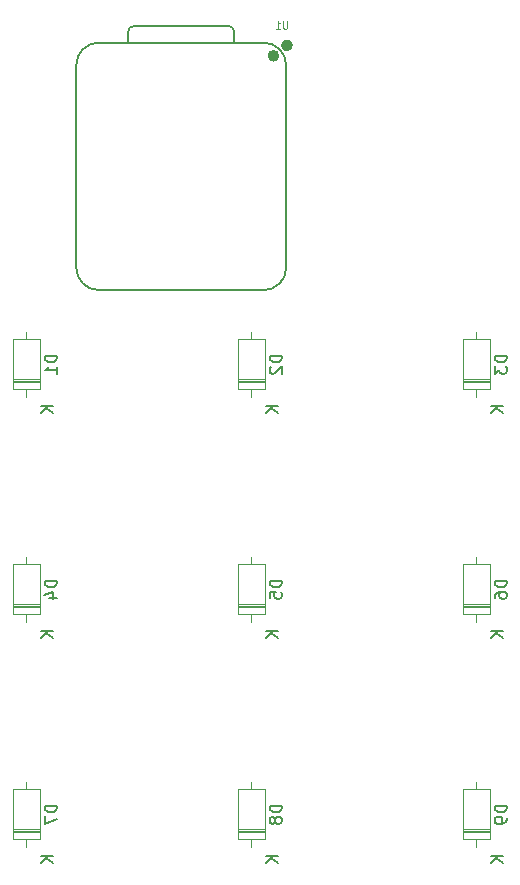
<source format=gbr>
%TF.GenerationSoftware,KiCad,Pcbnew,9.0.2*%
%TF.CreationDate,2025-06-04T18:16:37-04:00*%
%TF.ProjectId,HackpadAllan,4861636b-7061-4644-916c-6c616e2e6b69,rev?*%
%TF.SameCoordinates,Original*%
%TF.FileFunction,Legend,Bot*%
%TF.FilePolarity,Positive*%
%FSLAX46Y46*%
G04 Gerber Fmt 4.6, Leading zero omitted, Abs format (unit mm)*
G04 Created by KiCad (PCBNEW 9.0.2) date 2025-06-04 18:16:37*
%MOMM*%
%LPD*%
G01*
G04 APERTURE LIST*
%ADD10C,0.150000*%
%ADD11C,0.101600*%
%ADD12C,0.120000*%
%ADD13C,0.127000*%
%ADD14C,0.100000*%
%ADD15C,0.504000*%
G04 APERTURE END LIST*
D10*
X181149819Y-121551905D02*
X180149819Y-121551905D01*
X180149819Y-121551905D02*
X180149819Y-121790000D01*
X180149819Y-121790000D02*
X180197438Y-121932857D01*
X180197438Y-121932857D02*
X180292676Y-122028095D01*
X180292676Y-122028095D02*
X180387914Y-122075714D01*
X180387914Y-122075714D02*
X180578390Y-122123333D01*
X180578390Y-122123333D02*
X180721247Y-122123333D01*
X180721247Y-122123333D02*
X180911723Y-122075714D01*
X180911723Y-122075714D02*
X181006961Y-122028095D01*
X181006961Y-122028095D02*
X181102200Y-121932857D01*
X181102200Y-121932857D02*
X181149819Y-121790000D01*
X181149819Y-121790000D02*
X181149819Y-121551905D01*
X181149819Y-122599524D02*
X181149819Y-122790000D01*
X181149819Y-122790000D02*
X181102200Y-122885238D01*
X181102200Y-122885238D02*
X181054580Y-122932857D01*
X181054580Y-122932857D02*
X180911723Y-123028095D01*
X180911723Y-123028095D02*
X180721247Y-123075714D01*
X180721247Y-123075714D02*
X180340295Y-123075714D01*
X180340295Y-123075714D02*
X180245057Y-123028095D01*
X180245057Y-123028095D02*
X180197438Y-122980476D01*
X180197438Y-122980476D02*
X180149819Y-122885238D01*
X180149819Y-122885238D02*
X180149819Y-122694762D01*
X180149819Y-122694762D02*
X180197438Y-122599524D01*
X180197438Y-122599524D02*
X180245057Y-122551905D01*
X180245057Y-122551905D02*
X180340295Y-122504286D01*
X180340295Y-122504286D02*
X180578390Y-122504286D01*
X180578390Y-122504286D02*
X180673628Y-122551905D01*
X180673628Y-122551905D02*
X180721247Y-122599524D01*
X180721247Y-122599524D02*
X180768866Y-122694762D01*
X180768866Y-122694762D02*
X180768866Y-122885238D01*
X180768866Y-122885238D02*
X180721247Y-122980476D01*
X180721247Y-122980476D02*
X180673628Y-123028095D01*
X180673628Y-123028095D02*
X180578390Y-123075714D01*
X180829819Y-125838095D02*
X179829819Y-125838095D01*
X180829819Y-126409523D02*
X180258390Y-125980952D01*
X179829819Y-126409523D02*
X180401247Y-125838095D01*
X162099819Y-121551905D02*
X161099819Y-121551905D01*
X161099819Y-121551905D02*
X161099819Y-121790000D01*
X161099819Y-121790000D02*
X161147438Y-121932857D01*
X161147438Y-121932857D02*
X161242676Y-122028095D01*
X161242676Y-122028095D02*
X161337914Y-122075714D01*
X161337914Y-122075714D02*
X161528390Y-122123333D01*
X161528390Y-122123333D02*
X161671247Y-122123333D01*
X161671247Y-122123333D02*
X161861723Y-122075714D01*
X161861723Y-122075714D02*
X161956961Y-122028095D01*
X161956961Y-122028095D02*
X162052200Y-121932857D01*
X162052200Y-121932857D02*
X162099819Y-121790000D01*
X162099819Y-121790000D02*
X162099819Y-121551905D01*
X161528390Y-122694762D02*
X161480771Y-122599524D01*
X161480771Y-122599524D02*
X161433152Y-122551905D01*
X161433152Y-122551905D02*
X161337914Y-122504286D01*
X161337914Y-122504286D02*
X161290295Y-122504286D01*
X161290295Y-122504286D02*
X161195057Y-122551905D01*
X161195057Y-122551905D02*
X161147438Y-122599524D01*
X161147438Y-122599524D02*
X161099819Y-122694762D01*
X161099819Y-122694762D02*
X161099819Y-122885238D01*
X161099819Y-122885238D02*
X161147438Y-122980476D01*
X161147438Y-122980476D02*
X161195057Y-123028095D01*
X161195057Y-123028095D02*
X161290295Y-123075714D01*
X161290295Y-123075714D02*
X161337914Y-123075714D01*
X161337914Y-123075714D02*
X161433152Y-123028095D01*
X161433152Y-123028095D02*
X161480771Y-122980476D01*
X161480771Y-122980476D02*
X161528390Y-122885238D01*
X161528390Y-122885238D02*
X161528390Y-122694762D01*
X161528390Y-122694762D02*
X161576009Y-122599524D01*
X161576009Y-122599524D02*
X161623628Y-122551905D01*
X161623628Y-122551905D02*
X161718866Y-122504286D01*
X161718866Y-122504286D02*
X161909342Y-122504286D01*
X161909342Y-122504286D02*
X162004580Y-122551905D01*
X162004580Y-122551905D02*
X162052200Y-122599524D01*
X162052200Y-122599524D02*
X162099819Y-122694762D01*
X162099819Y-122694762D02*
X162099819Y-122885238D01*
X162099819Y-122885238D02*
X162052200Y-122980476D01*
X162052200Y-122980476D02*
X162004580Y-123028095D01*
X162004580Y-123028095D02*
X161909342Y-123075714D01*
X161909342Y-123075714D02*
X161718866Y-123075714D01*
X161718866Y-123075714D02*
X161623628Y-123028095D01*
X161623628Y-123028095D02*
X161576009Y-122980476D01*
X161576009Y-122980476D02*
X161528390Y-122885238D01*
X161779819Y-125838095D02*
X160779819Y-125838095D01*
X161779819Y-126409523D02*
X161208390Y-125980952D01*
X160779819Y-126409523D02*
X161351247Y-125838095D01*
X143049819Y-121551905D02*
X142049819Y-121551905D01*
X142049819Y-121551905D02*
X142049819Y-121790000D01*
X142049819Y-121790000D02*
X142097438Y-121932857D01*
X142097438Y-121932857D02*
X142192676Y-122028095D01*
X142192676Y-122028095D02*
X142287914Y-122075714D01*
X142287914Y-122075714D02*
X142478390Y-122123333D01*
X142478390Y-122123333D02*
X142621247Y-122123333D01*
X142621247Y-122123333D02*
X142811723Y-122075714D01*
X142811723Y-122075714D02*
X142906961Y-122028095D01*
X142906961Y-122028095D02*
X143002200Y-121932857D01*
X143002200Y-121932857D02*
X143049819Y-121790000D01*
X143049819Y-121790000D02*
X143049819Y-121551905D01*
X142049819Y-122456667D02*
X142049819Y-123123333D01*
X142049819Y-123123333D02*
X143049819Y-122694762D01*
X142729819Y-125838095D02*
X141729819Y-125838095D01*
X142729819Y-126409523D02*
X142158390Y-125980952D01*
X141729819Y-126409523D02*
X142301247Y-125838095D01*
X181149819Y-102501905D02*
X180149819Y-102501905D01*
X180149819Y-102501905D02*
X180149819Y-102740000D01*
X180149819Y-102740000D02*
X180197438Y-102882857D01*
X180197438Y-102882857D02*
X180292676Y-102978095D01*
X180292676Y-102978095D02*
X180387914Y-103025714D01*
X180387914Y-103025714D02*
X180578390Y-103073333D01*
X180578390Y-103073333D02*
X180721247Y-103073333D01*
X180721247Y-103073333D02*
X180911723Y-103025714D01*
X180911723Y-103025714D02*
X181006961Y-102978095D01*
X181006961Y-102978095D02*
X181102200Y-102882857D01*
X181102200Y-102882857D02*
X181149819Y-102740000D01*
X181149819Y-102740000D02*
X181149819Y-102501905D01*
X180149819Y-103930476D02*
X180149819Y-103740000D01*
X180149819Y-103740000D02*
X180197438Y-103644762D01*
X180197438Y-103644762D02*
X180245057Y-103597143D01*
X180245057Y-103597143D02*
X180387914Y-103501905D01*
X180387914Y-103501905D02*
X180578390Y-103454286D01*
X180578390Y-103454286D02*
X180959342Y-103454286D01*
X180959342Y-103454286D02*
X181054580Y-103501905D01*
X181054580Y-103501905D02*
X181102200Y-103549524D01*
X181102200Y-103549524D02*
X181149819Y-103644762D01*
X181149819Y-103644762D02*
X181149819Y-103835238D01*
X181149819Y-103835238D02*
X181102200Y-103930476D01*
X181102200Y-103930476D02*
X181054580Y-103978095D01*
X181054580Y-103978095D02*
X180959342Y-104025714D01*
X180959342Y-104025714D02*
X180721247Y-104025714D01*
X180721247Y-104025714D02*
X180626009Y-103978095D01*
X180626009Y-103978095D02*
X180578390Y-103930476D01*
X180578390Y-103930476D02*
X180530771Y-103835238D01*
X180530771Y-103835238D02*
X180530771Y-103644762D01*
X180530771Y-103644762D02*
X180578390Y-103549524D01*
X180578390Y-103549524D02*
X180626009Y-103501905D01*
X180626009Y-103501905D02*
X180721247Y-103454286D01*
X180829819Y-106788095D02*
X179829819Y-106788095D01*
X180829819Y-107359523D02*
X180258390Y-106930952D01*
X179829819Y-107359523D02*
X180401247Y-106788095D01*
X162099819Y-102501905D02*
X161099819Y-102501905D01*
X161099819Y-102501905D02*
X161099819Y-102740000D01*
X161099819Y-102740000D02*
X161147438Y-102882857D01*
X161147438Y-102882857D02*
X161242676Y-102978095D01*
X161242676Y-102978095D02*
X161337914Y-103025714D01*
X161337914Y-103025714D02*
X161528390Y-103073333D01*
X161528390Y-103073333D02*
X161671247Y-103073333D01*
X161671247Y-103073333D02*
X161861723Y-103025714D01*
X161861723Y-103025714D02*
X161956961Y-102978095D01*
X161956961Y-102978095D02*
X162052200Y-102882857D01*
X162052200Y-102882857D02*
X162099819Y-102740000D01*
X162099819Y-102740000D02*
X162099819Y-102501905D01*
X161099819Y-103978095D02*
X161099819Y-103501905D01*
X161099819Y-103501905D02*
X161576009Y-103454286D01*
X161576009Y-103454286D02*
X161528390Y-103501905D01*
X161528390Y-103501905D02*
X161480771Y-103597143D01*
X161480771Y-103597143D02*
X161480771Y-103835238D01*
X161480771Y-103835238D02*
X161528390Y-103930476D01*
X161528390Y-103930476D02*
X161576009Y-103978095D01*
X161576009Y-103978095D02*
X161671247Y-104025714D01*
X161671247Y-104025714D02*
X161909342Y-104025714D01*
X161909342Y-104025714D02*
X162004580Y-103978095D01*
X162004580Y-103978095D02*
X162052200Y-103930476D01*
X162052200Y-103930476D02*
X162099819Y-103835238D01*
X162099819Y-103835238D02*
X162099819Y-103597143D01*
X162099819Y-103597143D02*
X162052200Y-103501905D01*
X162052200Y-103501905D02*
X162004580Y-103454286D01*
X161779819Y-106788095D02*
X160779819Y-106788095D01*
X161779819Y-107359523D02*
X161208390Y-106930952D01*
X160779819Y-107359523D02*
X161351247Y-106788095D01*
X143049819Y-102501905D02*
X142049819Y-102501905D01*
X142049819Y-102501905D02*
X142049819Y-102740000D01*
X142049819Y-102740000D02*
X142097438Y-102882857D01*
X142097438Y-102882857D02*
X142192676Y-102978095D01*
X142192676Y-102978095D02*
X142287914Y-103025714D01*
X142287914Y-103025714D02*
X142478390Y-103073333D01*
X142478390Y-103073333D02*
X142621247Y-103073333D01*
X142621247Y-103073333D02*
X142811723Y-103025714D01*
X142811723Y-103025714D02*
X142906961Y-102978095D01*
X142906961Y-102978095D02*
X143002200Y-102882857D01*
X143002200Y-102882857D02*
X143049819Y-102740000D01*
X143049819Y-102740000D02*
X143049819Y-102501905D01*
X142383152Y-103930476D02*
X143049819Y-103930476D01*
X142002200Y-103692381D02*
X142716485Y-103454286D01*
X142716485Y-103454286D02*
X142716485Y-104073333D01*
X142729819Y-106788095D02*
X141729819Y-106788095D01*
X142729819Y-107359523D02*
X142158390Y-106930952D01*
X141729819Y-107359523D02*
X142301247Y-106788095D01*
X181149819Y-83451905D02*
X180149819Y-83451905D01*
X180149819Y-83451905D02*
X180149819Y-83690000D01*
X180149819Y-83690000D02*
X180197438Y-83832857D01*
X180197438Y-83832857D02*
X180292676Y-83928095D01*
X180292676Y-83928095D02*
X180387914Y-83975714D01*
X180387914Y-83975714D02*
X180578390Y-84023333D01*
X180578390Y-84023333D02*
X180721247Y-84023333D01*
X180721247Y-84023333D02*
X180911723Y-83975714D01*
X180911723Y-83975714D02*
X181006961Y-83928095D01*
X181006961Y-83928095D02*
X181102200Y-83832857D01*
X181102200Y-83832857D02*
X181149819Y-83690000D01*
X181149819Y-83690000D02*
X181149819Y-83451905D01*
X180149819Y-84356667D02*
X180149819Y-84975714D01*
X180149819Y-84975714D02*
X180530771Y-84642381D01*
X180530771Y-84642381D02*
X180530771Y-84785238D01*
X180530771Y-84785238D02*
X180578390Y-84880476D01*
X180578390Y-84880476D02*
X180626009Y-84928095D01*
X180626009Y-84928095D02*
X180721247Y-84975714D01*
X180721247Y-84975714D02*
X180959342Y-84975714D01*
X180959342Y-84975714D02*
X181054580Y-84928095D01*
X181054580Y-84928095D02*
X181102200Y-84880476D01*
X181102200Y-84880476D02*
X181149819Y-84785238D01*
X181149819Y-84785238D02*
X181149819Y-84499524D01*
X181149819Y-84499524D02*
X181102200Y-84404286D01*
X181102200Y-84404286D02*
X181054580Y-84356667D01*
X180829819Y-87738095D02*
X179829819Y-87738095D01*
X180829819Y-88309523D02*
X180258390Y-87880952D01*
X179829819Y-88309523D02*
X180401247Y-87738095D01*
X162099819Y-83451905D02*
X161099819Y-83451905D01*
X161099819Y-83451905D02*
X161099819Y-83690000D01*
X161099819Y-83690000D02*
X161147438Y-83832857D01*
X161147438Y-83832857D02*
X161242676Y-83928095D01*
X161242676Y-83928095D02*
X161337914Y-83975714D01*
X161337914Y-83975714D02*
X161528390Y-84023333D01*
X161528390Y-84023333D02*
X161671247Y-84023333D01*
X161671247Y-84023333D02*
X161861723Y-83975714D01*
X161861723Y-83975714D02*
X161956961Y-83928095D01*
X161956961Y-83928095D02*
X162052200Y-83832857D01*
X162052200Y-83832857D02*
X162099819Y-83690000D01*
X162099819Y-83690000D02*
X162099819Y-83451905D01*
X161195057Y-84404286D02*
X161147438Y-84451905D01*
X161147438Y-84451905D02*
X161099819Y-84547143D01*
X161099819Y-84547143D02*
X161099819Y-84785238D01*
X161099819Y-84785238D02*
X161147438Y-84880476D01*
X161147438Y-84880476D02*
X161195057Y-84928095D01*
X161195057Y-84928095D02*
X161290295Y-84975714D01*
X161290295Y-84975714D02*
X161385533Y-84975714D01*
X161385533Y-84975714D02*
X161528390Y-84928095D01*
X161528390Y-84928095D02*
X162099819Y-84356667D01*
X162099819Y-84356667D02*
X162099819Y-84975714D01*
X161779819Y-87738095D02*
X160779819Y-87738095D01*
X161779819Y-88309523D02*
X161208390Y-87880952D01*
X160779819Y-88309523D02*
X161351247Y-87738095D01*
X143049819Y-83451905D02*
X142049819Y-83451905D01*
X142049819Y-83451905D02*
X142049819Y-83690000D01*
X142049819Y-83690000D02*
X142097438Y-83832857D01*
X142097438Y-83832857D02*
X142192676Y-83928095D01*
X142192676Y-83928095D02*
X142287914Y-83975714D01*
X142287914Y-83975714D02*
X142478390Y-84023333D01*
X142478390Y-84023333D02*
X142621247Y-84023333D01*
X142621247Y-84023333D02*
X142811723Y-83975714D01*
X142811723Y-83975714D02*
X142906961Y-83928095D01*
X142906961Y-83928095D02*
X143002200Y-83832857D01*
X143002200Y-83832857D02*
X143049819Y-83690000D01*
X143049819Y-83690000D02*
X143049819Y-83451905D01*
X143049819Y-84975714D02*
X143049819Y-84404286D01*
X143049819Y-84690000D02*
X142049819Y-84690000D01*
X142049819Y-84690000D02*
X142192676Y-84594762D01*
X142192676Y-84594762D02*
X142287914Y-84499524D01*
X142287914Y-84499524D02*
X142335533Y-84404286D01*
X142729819Y-87738095D02*
X141729819Y-87738095D01*
X142729819Y-88309523D02*
X142158390Y-87880952D01*
X141729819Y-88309523D02*
X142301247Y-87738095D01*
D11*
X162573809Y-55141979D02*
X162573809Y-55656026D01*
X162573809Y-55656026D02*
X162543571Y-55716502D01*
X162543571Y-55716502D02*
X162513333Y-55746741D01*
X162513333Y-55746741D02*
X162452857Y-55776979D01*
X162452857Y-55776979D02*
X162331904Y-55776979D01*
X162331904Y-55776979D02*
X162271428Y-55746741D01*
X162271428Y-55746741D02*
X162241190Y-55716502D01*
X162241190Y-55716502D02*
X162210952Y-55656026D01*
X162210952Y-55656026D02*
X162210952Y-55141979D01*
X161575952Y-55776979D02*
X161938809Y-55776979D01*
X161757381Y-55776979D02*
X161757381Y-55141979D01*
X161757381Y-55141979D02*
X161817857Y-55232693D01*
X161817857Y-55232693D02*
X161878333Y-55293169D01*
X161878333Y-55293169D02*
X161938809Y-55323407D01*
D12*
%TO.C,D9*%
X178575000Y-125060000D02*
X178575000Y-124410000D01*
X179695000Y-123810000D02*
X177455000Y-123810000D01*
X179695000Y-123690000D02*
X177455000Y-123690000D01*
X179695000Y-123570000D02*
X177455000Y-123570000D01*
X178575000Y-119520000D02*
X178575000Y-120170000D01*
X179695000Y-124410000D02*
X177455000Y-124410000D01*
X177455000Y-120170000D01*
X179695000Y-120170000D01*
X179695000Y-124410000D01*
%TO.C,D8*%
X159525000Y-125060000D02*
X159525000Y-124410000D01*
X160645000Y-123810000D02*
X158405000Y-123810000D01*
X160645000Y-123690000D02*
X158405000Y-123690000D01*
X160645000Y-123570000D02*
X158405000Y-123570000D01*
X159525000Y-119520000D02*
X159525000Y-120170000D01*
X160645000Y-124410000D02*
X158405000Y-124410000D01*
X158405000Y-120170000D01*
X160645000Y-120170000D01*
X160645000Y-124410000D01*
%TO.C,D7*%
X140475000Y-125060000D02*
X140475000Y-124410000D01*
X141595000Y-123810000D02*
X139355000Y-123810000D01*
X141595000Y-123690000D02*
X139355000Y-123690000D01*
X141595000Y-123570000D02*
X139355000Y-123570000D01*
X140475000Y-119520000D02*
X140475000Y-120170000D01*
X141595000Y-124410000D02*
X139355000Y-124410000D01*
X139355000Y-120170000D01*
X141595000Y-120170000D01*
X141595000Y-124410000D01*
%TO.C,D6*%
X178575000Y-106010000D02*
X178575000Y-105360000D01*
X179695000Y-104760000D02*
X177455000Y-104760000D01*
X179695000Y-104640000D02*
X177455000Y-104640000D01*
X179695000Y-104520000D02*
X177455000Y-104520000D01*
X178575000Y-100470000D02*
X178575000Y-101120000D01*
X179695000Y-105360000D02*
X177455000Y-105360000D01*
X177455000Y-101120000D01*
X179695000Y-101120000D01*
X179695000Y-105360000D01*
%TO.C,D5*%
X159525000Y-106010000D02*
X159525000Y-105360000D01*
X160645000Y-104760000D02*
X158405000Y-104760000D01*
X160645000Y-104640000D02*
X158405000Y-104640000D01*
X160645000Y-104520000D02*
X158405000Y-104520000D01*
X159525000Y-100470000D02*
X159525000Y-101120000D01*
X160645000Y-105360000D02*
X158405000Y-105360000D01*
X158405000Y-101120000D01*
X160645000Y-101120000D01*
X160645000Y-105360000D01*
%TO.C,D4*%
X140475000Y-106010000D02*
X140475000Y-105360000D01*
X141595000Y-104760000D02*
X139355000Y-104760000D01*
X141595000Y-104640000D02*
X139355000Y-104640000D01*
X141595000Y-104520000D02*
X139355000Y-104520000D01*
X140475000Y-100470000D02*
X140475000Y-101120000D01*
X141595000Y-105360000D02*
X139355000Y-105360000D01*
X139355000Y-101120000D01*
X141595000Y-101120000D01*
X141595000Y-105360000D01*
%TO.C,D3*%
X178575000Y-86960000D02*
X178575000Y-86310000D01*
X179695000Y-85710000D02*
X177455000Y-85710000D01*
X179695000Y-85590000D02*
X177455000Y-85590000D01*
X179695000Y-85470000D02*
X177455000Y-85470000D01*
X178575000Y-81420000D02*
X178575000Y-82070000D01*
X179695000Y-86310000D02*
X177455000Y-86310000D01*
X177455000Y-82070000D01*
X179695000Y-82070000D01*
X179695000Y-86310000D01*
%TO.C,D2*%
X159525000Y-86960000D02*
X159525000Y-86310000D01*
X160645000Y-85710000D02*
X158405000Y-85710000D01*
X160645000Y-85590000D02*
X158405000Y-85590000D01*
X160645000Y-85470000D02*
X158405000Y-85470000D01*
X159525000Y-81420000D02*
X159525000Y-82070000D01*
X160645000Y-86310000D02*
X158405000Y-86310000D01*
X158405000Y-82070000D01*
X160645000Y-82070000D01*
X160645000Y-86310000D01*
%TO.C,D1*%
X140475000Y-86960000D02*
X140475000Y-86310000D01*
X141595000Y-85710000D02*
X139355000Y-85710000D01*
X141595000Y-85590000D02*
X139355000Y-85590000D01*
X141595000Y-85470000D02*
X139355000Y-85470000D01*
X140475000Y-81420000D02*
X140475000Y-82070000D01*
X141595000Y-86310000D02*
X139355000Y-86310000D01*
X139355000Y-82070000D01*
X141595000Y-82070000D01*
X141595000Y-86310000D01*
D13*
%TO.C,U1*%
X144700000Y-75997500D02*
X144700000Y-58852500D01*
D14*
X146605000Y-56947500D02*
X160575000Y-56947500D01*
D13*
X146605000Y-56947500D02*
X160575000Y-56947500D01*
X149086000Y-56037500D02*
X149086000Y-56947500D01*
X157581272Y-55537500D02*
X149586000Y-55537500D01*
X158085000Y-56947500D02*
X158081272Y-56037228D01*
X160575000Y-77902500D02*
X146605000Y-77902500D01*
X162480000Y-75997500D02*
X162480000Y-58852500D01*
X144700000Y-58852500D02*
G75*
G02*
X146605000Y-56947500I1905000J0D01*
G01*
X146605000Y-77902500D02*
G75*
G02*
X144700000Y-75997500I0J1905000D01*
G01*
X149086000Y-56037500D02*
G75*
G02*
X149586000Y-55537500I500000J0D01*
G01*
X157581272Y-55537500D02*
G75*
G02*
X158081273Y-56037228I-18J-500019D01*
G01*
X160575000Y-56947500D02*
G75*
G02*
X162480000Y-58852500I-1J-1905001D01*
G01*
X162480000Y-75997500D02*
G75*
G02*
X160575000Y-77902500I-1905001J1D01*
G01*
D15*
X161649000Y-58068500D02*
G75*
G02*
X161145000Y-58068500I-252000J0D01*
G01*
X161145000Y-58068500D02*
G75*
G02*
X161649000Y-58068500I252000J0D01*
G01*
X162792000Y-57188500D02*
G75*
G02*
X162288000Y-57188500I-252000J0D01*
G01*
X162288000Y-57188500D02*
G75*
G02*
X162792000Y-57188500I252000J0D01*
G01*
%TD*%
M02*

</source>
